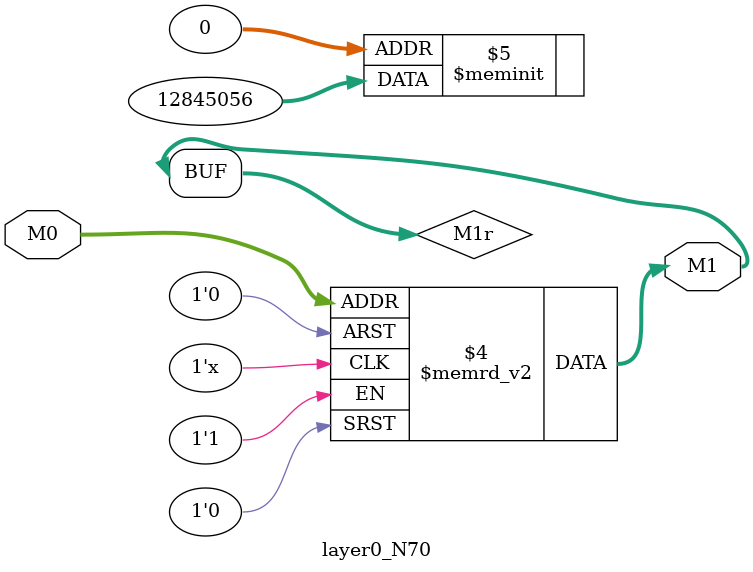
<source format=v>
module layer0_N70 ( input [3:0] M0, output [1:0] M1 );

	(*rom_style = "distributed" *) reg [1:0] M1r;
	assign M1 = M1r;
	always @ (M0) begin
		case (M0)
			4'b0000: M1r = 2'b00;
			4'b1000: M1r = 2'b00;
			4'b0100: M1r = 2'b00;
			4'b1100: M1r = 2'b00;
			4'b0010: M1r = 2'b00;
			4'b1010: M1r = 2'b00;
			4'b0110: M1r = 2'b00;
			4'b1110: M1r = 2'b00;
			4'b0001: M1r = 2'b00;
			4'b1001: M1r = 2'b01;
			4'b0101: M1r = 2'b00;
			4'b1101: M1r = 2'b00;
			4'b0011: M1r = 2'b00;
			4'b1011: M1r = 2'b11;
			4'b0111: M1r = 2'b00;
			4'b1111: M1r = 2'b00;

		endcase
	end
endmodule

</source>
